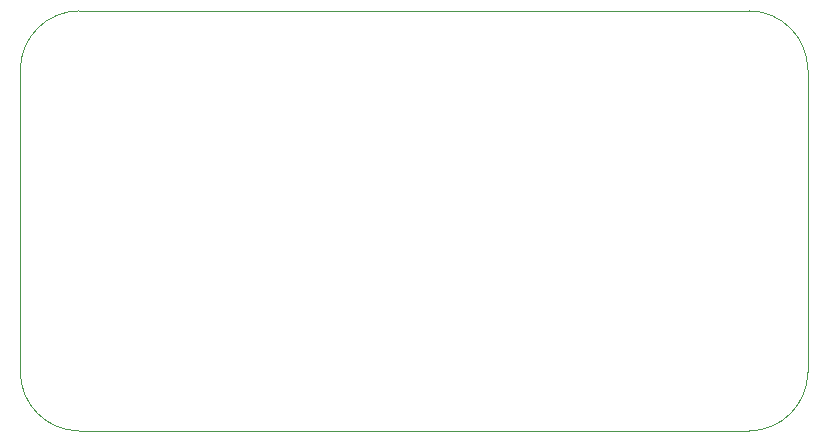
<source format=gbr>
%TF.GenerationSoftware,KiCad,Pcbnew,(7.0.0)*%
%TF.CreationDate,2023-03-08T01:22:03+01:00*%
%TF.ProjectId,booth fendi,626f6f74-6820-4666-956e-64692e6b6963,rev?*%
%TF.SameCoordinates,Original*%
%TF.FileFunction,Profile,NP*%
%FSLAX46Y46*%
G04 Gerber Fmt 4.6, Leading zero omitted, Abs format (unit mm)*
G04 Created by KiCad (PCBNEW (7.0.0)) date 2023-03-08 01:22:03*
%MOMM*%
%LPD*%
G01*
G04 APERTURE LIST*
%TA.AperFunction,Profile*%
%ADD10C,0.100000*%
%TD*%
G04 APERTURE END LIST*
D10*
X123745000Y-71120000D02*
G75*
G03*
X118745000Y-76120000I0J-5000000D01*
G01*
X185420000Y-76120000D02*
X185420000Y-101680000D01*
X185420000Y-76120000D02*
G75*
G03*
X180420000Y-71120000I-5000000J0D01*
G01*
X123745000Y-71120000D02*
X180420000Y-71120000D01*
X118745000Y-101680000D02*
G75*
G03*
X123745000Y-106680000I5000000J0D01*
G01*
X180420000Y-106680000D02*
X123745000Y-106680000D01*
X180420000Y-106680000D02*
G75*
G03*
X185420000Y-101680000I0J5000000D01*
G01*
X118745000Y-101680000D02*
X118745000Y-76120000D01*
M02*

</source>
